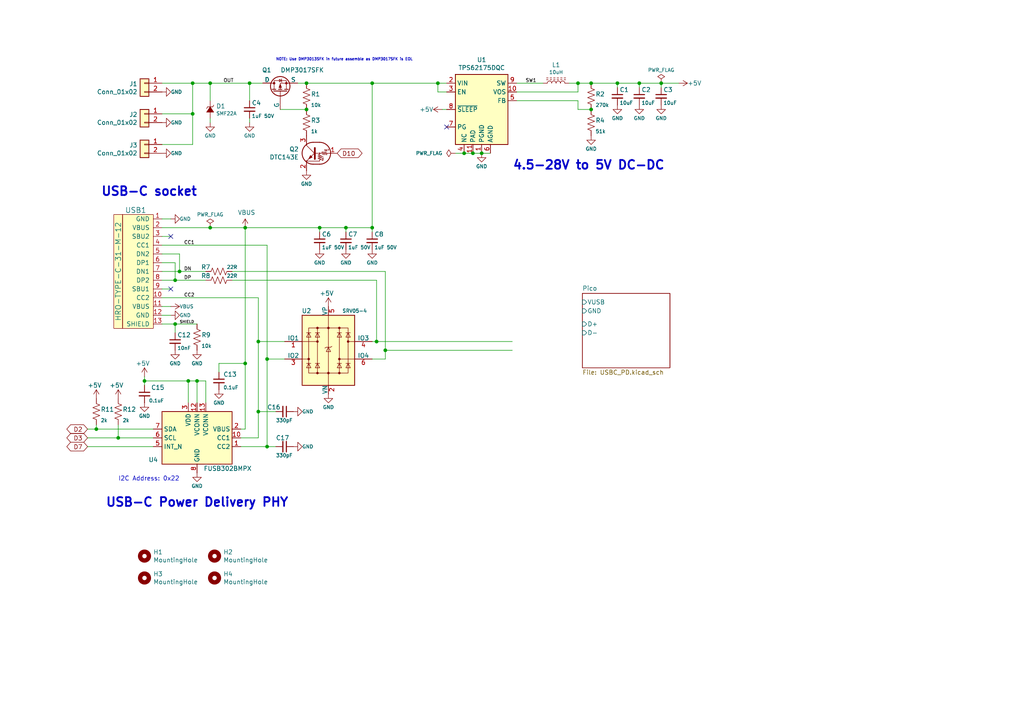
<source format=kicad_sch>
(kicad_sch (version 20211123) (generator eeschema)
  (paper "A4")
  (lib_symbols
    (symbol "-Chip:FUSB302BMPX"
      (property "Reference" "U" (at -10.16 8.89 0))
      (property "Value" "FUSB302BMPX" (at 3.81 8.89 0))
      (symbol "FUSB302BMPX_0_1"
        (rectangle (start -10.16 7.62) (end 10.16 -7.62) (stroke (width 0.254)) (fill (type background)))
      )
      (symbol "FUSB302BMPX_1_1"
        (pin bidirectional line (at 12.7 -2.54 180) (length 2.54) (name "CC2") (number "1"))
        (pin bidirectional line (at 12.7 0 180) (length 2.54) (name "CC1") (number "10"))
        (pin bidirectional line (at 12.7 0 180) (length 2.54) hide (name "CC1") (number "11"))
        (pin power_in line (at 0 10.16 270) (length 2.54) (name "VCONN") (number "12"))
        (pin power_in line (at 2.54 10.16 270) (length 2.54) (name "VCONN") (number "13"))
        (pin bidirectional line (at 12.7 -2.54 180) (length 2.54) hide (name "CC2") (number "14"))
        (pin passive line (at 0 -10.16 90) (length 2.54) hide (name "GND") (number "15"))
        (pin input line (at 12.7 2.54 180) (length 2.54) (name "VBUS") (number "2"))
        (pin power_in line (at -2.54 10.16 270) (length 2.54) (name "VDD") (number "3"))
        (pin passive line (at -2.54 10.16 270) (length 2.54) hide (name "VDD") (number "4"))
        (pin open_collector line (at -12.7 -2.54 0) (length 2.54) (name "INT_N") (number "5"))
        (pin input line (at -12.7 0 0) (length 2.54) (name "SCL") (number "6"))
        (pin bidirectional line (at -12.7 2.54 0) (length 2.54) (name "SDA") (number "7"))
        (pin power_in line (at 0 -10.16 90) (length 2.54) (name "GND") (number "8"))
        (pin passive line (at 0 -10.16 90) (length 2.54) hide (name "GND") (number "9"))
      )
    )
    (symbol "-Chip:SRV05-4" (pin_names (offset 0))
      (property "Reference" "U" (at -5.08 11.43 0))
      (property "Value" "SRV05-4" (at 2.54 11.43 0))
      (symbol "SRV05-4_0_0"
        (rectangle (start -5.715 6.477) (end 5.715 -6.604))
        (polyline (pts (xy -3.175 -6.604) (xy -3.175 6.477)))
        (polyline (pts (xy 3.175 6.477) (xy 3.175 -6.604)))
      )
      (symbol "SRV05-4_0_1"
        (rectangle (start -7.62 10.16) (end 7.62 -10.16) (stroke (width 0.254)) (fill (type background)))
        (circle (center -5.715 -2.54) (radius 0.2794) (fill (type outline)))
        (circle (center -3.175 -6.604) (radius 0.2794) (fill (type outline)))
        (circle (center -3.175 2.54) (radius 0.2794) (fill (type outline)))
        (circle (center -3.175 6.477) (radius 0.2794) (fill (type outline)))
        (circle (center 0 -6.604) (radius 0.2794) (fill (type outline)))
        (polyline (pts (xy -7.747 2.54) (xy -3.175 2.54)))
        (polyline (pts (xy -7.62 -2.54) (xy -5.715 -2.54)))
        (polyline (pts (xy -5.08 -3.81) (xy -6.35 -3.81)))
        (polyline (pts (xy -5.08 5.08) (xy -6.35 5.08)))
        (polyline (pts (xy -2.54 -3.81) (xy -3.81 -3.81)))
        (polyline (pts (xy -2.54 5.08) (xy -3.81 5.08)))
        (polyline (pts (xy -0.635 0.889) (xy -1.016 0.635)))
        (polyline (pts (xy 0 10.16) (xy 0 -10.16)))
        (polyline (pts (xy 0.635 0.889) (xy -0.635 0.889)))
        (polyline (pts (xy 0.635 0.889) (xy 1.016 1.143)))
        (polyline (pts (xy 3.81 -3.81) (xy 2.54 -3.81)))
        (polyline (pts (xy 3.81 5.08) (xy 2.54 5.08)))
        (polyline (pts (xy 6.35 -3.81) (xy 5.08 -3.81)))
        (polyline (pts (xy 6.35 5.08) (xy 5.08 5.08)))
        (polyline (pts (xy 7.62 -2.54) (xy 3.175 -2.54)))
        (polyline (pts (xy 7.62 2.54) (xy 5.715 2.54)))
        (polyline (pts (xy -5.08 -5.08) (xy -6.35 -5.08) (xy -5.715 -3.81) (xy -5.08 -5.08)))
        (polyline (pts (xy -5.08 3.81) (xy -6.35 3.81) (xy -5.715 5.08) (xy -5.08 3.81)))
        (polyline (pts (xy -2.54 -5.08) (xy -3.81 -5.08) (xy -3.175 -3.81) (xy -2.54 -5.08)))
        (polyline (pts (xy -2.54 3.81) (xy -3.81 3.81) (xy -3.175 5.08) (xy -2.54 3.81)))
        (polyline (pts (xy 0.635 -0.381) (xy -0.635 -0.381) (xy 0 0.889) (xy 0.635 -0.381)))
        (polyline (pts (xy 3.81 -5.08) (xy 2.54 -5.08) (xy 3.175 -3.81) (xy 3.81 -5.08)))
        (polyline (pts (xy 3.81 3.81) (xy 2.54 3.81) (xy 3.175 5.08) (xy 3.81 3.81)))
        (polyline (pts (xy 6.35 -5.08) (xy 5.08 -5.08) (xy 5.715 -3.81) (xy 6.35 -5.08)))
        (polyline (pts (xy 6.35 3.81) (xy 5.08 3.81) (xy 5.715 5.08) (xy 6.35 3.81)))
        (circle (center 0 6.477) (radius 0.2794) (fill (type outline)))
        (circle (center 3.175 -6.604) (radius 0.2794) (fill (type outline)))
        (circle (center 3.175 -2.54) (radius 0.2794) (fill (type outline)))
        (circle (center 3.175 6.477) (radius 0.2794) (fill (type outline)))
        (circle (center 5.715 2.54) (radius 0.2794) (fill (type outline)))
      )
      (symbol "SRV05-4_1_1"
        (pin passive line (at -12.7 2.54 0) (length 5.08) (name "IO1") (number "1"))
        (pin power_in line (at 0 -12.7 90) (length 2.54) (name "VN") (number "2"))
        (pin passive line (at -12.7 -2.54 0) (length 5.08) (name "IO2") (number "3"))
        (pin passive line (at 12.7 2.54 180) (length 5.08) (name "IO3") (number "4"))
        (pin power_in line (at 0 12.7 270) (length 2.54) (name "VP") (number "5"))
        (pin passive line (at 12.7 -2.54 180) (length 5.08) (name "IO4") (number "6"))
      )
    )
    (symbol "-Chip:TPS62175DQC"
      (property "Reference" "U" (at -7.62 11.43 0))
      (property "Value" "TPS62175DQC" (at -1.27 11.43 0))
      (symbol "TPS62175DQC_0_1"
        (rectangle (start -7.62 10.16) (end 7.62 -10.16) (stroke (width 0.254)) (fill (type background)))
      )
      (symbol "TPS62175DQC_1_1"
        (pin power_in line (at 0 -12.7 90) (length 2.54) (name "PGND") (number "1"))
        (pin input line (at 10.16 5.08 180) (length 2.54) (name "VOS") (number "10"))
        (pin power_in line (at -2.54 -12.7 90) (length 2.54) (name "PAD") (number "11"))
        (pin power_in line (at -10.16 7.62 0) (length 2.54) (name "VIN") (number "2"))
        (pin input line (at -10.16 5.08 0) (length 2.54) (name "EN") (number "3"))
        (pin passive line (at -5.08 -12.7 90) (length 2.54) (name "NC") (number "4"))
        (pin input line (at 10.16 2.54 180) (length 2.54) (name "FB") (number "5"))
        (pin power_in line (at 2.54 -12.7 90) (length 2.54) (name "AGND") (number "6"))
        (pin output line (at -10.16 -5.08 0) (length 2.54) (name "PG") (number "7"))
        (pin input line (at -10.16 0 0) (length 2.54) (name "~{SLEEP}") (number "8"))
        (pin power_out line (at 10.16 7.62 180) (length 2.54) (name "SW") (number "9"))
      )
    )
    (symbol "-Connector:Conn_01x02" (pin_names (offset 1.016) hide)
      (property "Reference" "J" (at 0 2.54 0))
      (property "Value" "Conn_01x02" (at 0 -5.08 0))
      (symbol "Conn_01x02_1_1"
        (rectangle (start -1.27 -2.413) (end 0 -2.667) (stroke (width 0.1524)))
        (rectangle (start -1.27 0.127) (end 0 -0.127) (stroke (width 0.1524)))
        (rectangle (start -1.27 1.27) (end 1.27 -3.81) (stroke (width 0.254)) (fill (type background)))
        (pin passive line (at -5.08 0 0) (length 3.81) (name "Pin_1") (number "1"))
        (pin passive line (at -5.08 -2.54 0) (length 3.81) (name "Pin_2") (number "2"))
      )
    )
    (symbol "-Connector:HRO-TYPE-C-31-M-12" (pin_names (offset 1.016))
      (property "Reference" "USB" (at -5.08 16.51 0))
      (property "Value" "HRO-TYPE-C-31-M-12" (at -10.16 -1.27 90))
      (symbol "HRO-TYPE-C-31-M-12_0_1"
        (rectangle (start -11.43 15.24) (end -8.89 -17.78) (fill (type background)))
        (rectangle (start 0 -17.78) (end -8.89 15.24) (fill (type background)))
      )
      (symbol "HRO-TYPE-C-31-M-12_1_1"
        (pin input line (at 2.54 13.97 180) (length 2.54) (name "GND") (number "1"))
        (pin input line (at 2.54 -8.89 180) (length 2.54) (name "CC2") (number "10"))
        (pin input line (at 2.54 -11.43 180) (length 2.54) (name "VBUS") (number "11"))
        (pin input line (at 2.54 -13.97 180) (length 2.54) (name "GND") (number "12"))
        (pin input line (at 2.54 -16.51 180) (length 2.54) (name "SHIELD") (number "13"))
        (pin input line (at 2.54 11.43 180) (length 2.54) (name "VBUS") (number "2"))
        (pin input line (at 2.54 8.89 180) (length 2.54) (name "SBU2") (number "3"))
        (pin input line (at 2.54 6.35 180) (length 2.54) (name "CC1") (number "4"))
        (pin input line (at 2.54 3.81 180) (length 2.54) (name "DN2") (number "5"))
        (pin input line (at 2.54 1.27 180) (length 2.54) (name "DP1") (number "6"))
        (pin input line (at 2.54 -1.27 180) (length 2.54) (name "DN1") (number "7"))
        (pin input line (at 2.54 -3.81 180) (length 2.54) (name "DP2") (number "8"))
        (pin input line (at 2.54 -6.35 180) (length 2.54) (name "SBU1") (number "9"))
      )
    )
    (symbol "-Connector:MountingHole" (pin_names (offset 1.016))
      (property "Reference" "H" (at 0 5.08 0))
      (property "Value" "MountingHole" (at 0 3.175 0))
      (symbol "MountingHole_0_1"
        (circle (center 0 0) (radius 1.27) (stroke (width 1.27)))
      )
    )
    (symbol "-Discrete:DMP3017SFK" (pin_numbers hide) (pin_names (offset 0))
      (property "Reference" "Q" (at 5.08 1.905 0))
      (property "Value" "DMP3017SFK" (at 5.08 0 0))
      (symbol "DMP3017SFK_0_1"
        (polyline (pts (xy -2.54 0) (xy 0.254 0)))
        (polyline (pts (xy 0.762 -1.778) (xy 2.54 -1.778)))
        (polyline (pts (xy 0.762 -1.27) (xy 0.762 -2.286)) (stroke (width 0.254)))
        (polyline (pts (xy 0.762 0) (xy 2.54 0)))
        (polyline (pts (xy 0.762 0.508) (xy 0.762 -0.508)) (stroke (width 0.254)))
        (polyline (pts (xy 0.762 1.778) (xy 2.54 1.778)))
        (polyline (pts (xy 0.762 2.286) (xy 0.762 1.27)) (stroke (width 0.254)))
        (polyline (pts (xy 2.54 -1.778) (xy 2.54 -2.54)))
        (polyline (pts (xy 2.54 -1.778) (xy 2.54 0)))
        (polyline (pts (xy 2.54 2.54) (xy 2.54 1.778)))
        (polyline (pts (xy 0.254 1.905) (xy 0.254 -1.905) (xy 0.254 -1.905)) (stroke (width 0.254)))
        (polyline (pts (xy 2.286 0) (xy 1.27 -0.381) (xy 1.27 0.381) (xy 2.286 0)) (fill (type outline)))
        (polyline (pts (xy 2.54 -1.778) (xy 3.302 -1.778) (xy 3.302 1.778) (xy 2.54 1.778)))
        (polyline (pts (xy 2.794 -0.508) (xy 2.921 -0.381) (xy 3.683 -0.381) (xy 3.81 -0.254)))
        (polyline (pts (xy 3.302 -0.381) (xy 2.921 0.254) (xy 3.683 0.254) (xy 3.302 -0.381)))
        (circle (center 1.651 0) (radius 2.8194) (stroke (width 0.254)))
        (circle (center 2.54 -1.778) (radius 0.2794) (fill (type outline)))
        (circle (center 2.54 1.778) (radius 0.2794) (fill (type outline)))
      )
      (symbol "DMP3017SFK_1_1"
        (pin passive line (at 2.54 -5.08 90) (length 2.54) (name "S") (number "1"))
        (pin passive line (at 2.54 -5.08 90) (length 2.54) (name "S") (number "2"))
        (pin input line (at -5.08 0 0) (length 2.54) (name "G") (number "3"))
        (pin passive line (at 2.54 5.08 270) (length 2.54) (name "D") (number "4"))
        (pin passive line (at 2.54 5.08 270) (length 2.54) (name "D") (number "5"))
        (pin passive line (at 2.54 5.08 270) (length 2.54) (name "D") (number "6"))
      )
    )
    (symbol "-Discrete:DTC143E" (pin_names (offset 0) hide)
      (property "Reference" "Q" (at 5.08 1.905 0))
      (property "Value" "DTC143E" (at 5.08 0 0))
      (symbol "DTC143E_0_0"
        (text "4k7" (at -3.302 0.889 0) (effects (font (size 0.508 0.508))))
        (text "4k7" (at -2.159 -1.524 900) (effects (font (size 0.508 0.508))))
      )
      (symbol "DTC143E_0_1"
        (circle (center -1.27 0) (radius 0.127))
        (arc (start -1.27 3.175) (mid -4.445 0) (end -1.27 -3.175) (stroke (width 0.254)))
        (polyline (pts (xy -3.429 0) (xy -3.81 0)))
        (polyline (pts (xy -1.27 -3.175) (xy 0.635 -3.175)) (stroke (width 0.254)))
        (polyline (pts (xy -1.27 3.175) (xy 0.635 3.175)) (stroke (width 0.254)))
        (polyline (pts (xy 0 -0.254) (xy 2.54 2.286)))
        (polyline (pts (xy 0.127 1.524) (xy 0.127 -1.651)) (stroke (width 0.508)) (fill (type outline)))
        (polyline (pts (xy 2.54 2.286) (xy 2.54 2.54)))
        (polyline (pts (xy 2.54 -2.286) (xy 0 0.254) (xy 0 0.254)))
        (polyline (pts (xy 0.889 -1.143) (xy 1.397 -0.635) (xy 1.905 -1.651) (xy 0.889 -1.143)) (fill (type outline)))
        (polyline (pts (xy 0 0) (xy -1.905 0) (xy -2.032 0.508) (xy -2.286 -0.508) (xy -2.54 0.508) (xy -2.794 -0.508) (xy -3.048 0.508) (xy -3.302 -0.508) (xy -3.429 0)))
        (polyline (pts (xy -1.27 0) (xy -1.27 -0.381) (xy -0.762 -0.508) (xy -1.778 -0.762) (xy -0.762 -1.016) (xy -1.778 -1.27) (xy -0.762 -1.524) (xy -1.778 -1.778) (xy -1.27 -1.905) (xy -1.27 -2.286) (xy 2.54 -2.286)))
        (arc (start 0.635 -3.175) (mid 3.81 0) (end 0.635 3.175) (stroke (width 0.254)))
        (circle (center 2.54 -2.286) (radius 0.127))
      )
      (symbol "DTC143E_1_1"
        (pin input line (at -6.35 0 0) (length 2.54) (name "B") (number "1"))
        (pin passive line (at 2.54 -5.08 90) (length 2.54) (name "E") (number "2"))
        (pin passive line (at 2.54 5.08 270) (length 2.54) (name "C") (number "3"))
      )
    )
    (symbol "-Discrete:Diode_TVS" (pin_numbers hide) (pin_names (offset 0.254) hide)
      (property "Reference" "D" (at 1.27 1.27 0))
      (property "Value" "Diode_TVS" (at 1.27 -1.27 0))
      (symbol "Diode_TVS_0_1"
        (polyline (pts (xy -0.762 0.762) (xy 0.762 0.762)))
        (polyline (pts (xy 0 0.762) (xy 0 -0.762)))
        (polyline (pts (xy -1.016 -0.762) (xy 0 0.762) (xy 1.016 -0.762) (xy -1.016 -0.762)) (fill (type outline)))
      )
      (symbol "Diode_TVS_1_1"
        (polyline (pts (xy -1.016 0.254) (xy -0.762 0.762)))
        (polyline (pts (xy 0.762 0.762) (xy 1.016 1.27)))
        (pin passive line (at 0 2.54 270) (length 1.778) (name "K") (number "1"))
        (pin passive line (at 0 -2.54 90) (length 1.778) (name "A") (number "2"))
      )
    )
    (symbol "-Flag:+5V" (power) (pin_names (offset 0))
      (property "Value" "+5V" (at 0 3.556 0))
      (symbol "+5V_0_1"
        (polyline (pts (xy -0.762 1.27) (xy 0 2.54)))
        (polyline (pts (xy 0 0) (xy 0 2.54)))
        (polyline (pts (xy 0 2.54) (xy 0.762 1.27)))
      )
      (symbol "+5V_1_1"
        (pin power_in line (at 0 0 90) (length 0) hide (name "+5V") (number "1"))
      )
    )
    (symbol "-Flag:GND" (power) (pin_names (offset 0))
      (property "Value" "GND" (at 0 -3.81 0))
      (symbol "GND_0_1"
        (polyline (pts (xy 0 0) (xy 0 -1.27) (xy 1.27 -1.27) (xy 0 -2.54) (xy -1.27 -1.27) (xy 0 -1.27)))
      )
      (symbol "GND_1_1"
        (pin power_in line (at 0 0 270) (length 0) hide (name "GND") (number "1"))
      )
    )
    (symbol "-Flag:PWR_FLAG" (power) (pin_numbers hide) (pin_names (offset 0) hide)
      (property "Value" "PWR_FLAG" (at 0 3.81 0))
      (symbol "PWR_FLAG_0_0"
        (pin power_out line (at 0 0 90) (length 0) (name "pwr") (number "1"))
      )
      (symbol "PWR_FLAG_0_1"
        (polyline (pts (xy 0 0) (xy 0 1.27) (xy -1.016 1.905) (xy 0 2.54) (xy 1.016 1.905) (xy 0 1.27)))
      )
    )
    (symbol "-Flag:VBUS" (power) (pin_names (offset 0))
      (property "Value" "VBUS" (at 0 -3.81 0))
      (symbol "VBUS_0_1"
        (polyline (pts (xy -0.762 1.27) (xy 0 2.54)))
        (polyline (pts (xy 0 0) (xy 0 2.54)))
        (polyline (pts (xy 0 2.54) (xy 0.762 1.27)))
      )
      (symbol "VBUS_1_1"
        (pin power_in line (at 0 0 90) (length 0) hide (name "VBUS") (number "1"))
      )
    )
    (symbol "-Passive:C" (pin_numbers hide) (pin_names (offset 0.254) hide)
      (property "Reference" "C" (at 0.254 1.778 0))
      (property "Value" "C" (at 0.254 -2.032 0))
      (symbol "C_0_1"
        (polyline (pts (xy -1.524 -0.508) (xy 1.524 -0.508)) (stroke (width 0.3302)))
        (polyline (pts (xy -1.524 0.508) (xy 1.524 0.508)) (stroke (width 0.3048)))
      )
      (symbol "C_1_1"
        (pin passive line (at 0 2.54 270) (length 2.032) (name "~") (number "1"))
        (pin passive line (at 0 -2.54 90) (length 2.032) (name "~") (number "2"))
      )
    )
    (symbol "-Passive:L_cored" (pin_numbers hide) (pin_names (offset 1.016) hide)
      (property "Reference" "L" (at 0 -1.27 0))
      (property "Value" "L_cored" (at 0 2.54 0))
      (symbol "L_cored_0_1"
        (arc (start -1.27 0) (mid -1.905 0.635) (end -2.54 0))
        (arc (start 0 0) (mid -0.635 0.635) (end -1.27 0))
        (polyline (pts (xy -2.794 1.524) (xy -2.286 1.524)))
        (polyline (pts (xy -2.286 1.016) (xy -2.794 1.016)))
        (polyline (pts (xy -1.778 1.524) (xy -1.27 1.524)))
        (polyline (pts (xy -1.27 1.016) (xy -1.778 1.016)))
        (polyline (pts (xy -0.762 1.524) (xy -0.254 1.524)))
        (polyline (pts (xy -0.254 1.016) (xy -0.762 1.016)))
        (polyline (pts (xy 0.254 1.524) (xy 0.762 1.524)))
        (polyline (pts (xy 0.762 1.016) (xy 0.254 1.016)))
        (polyline (pts (xy 1.27 1.524) (xy 1.778 1.524)))
        (polyline (pts (xy 1.778 1.016) (xy 1.27 1.016)))
        (polyline (pts (xy 2.286 1.524) (xy 2.794 1.524)))
        (polyline (pts (xy 2.794 1.016) (xy 2.286 1.016)))
        (arc (start 1.27 0) (mid 0.635 0.635) (end 0 0))
        (arc (start 2.54 0) (mid 1.905 0.635) (end 1.27 0))
      )
      (symbol "L_cored_1_1"
        (pin passive line (at -3.81 0 0) (length 1.27) (name "1") (number "1"))
        (pin passive line (at 3.81 0 180) (length 1.27) (name "2") (number "2"))
      )
    )
    (symbol "-Passive:R" (pin_numbers hide) (pin_names (offset 0))
      (property "Reference" "R" (at 2.54 1.27 0))
      (property "Value" "R" (at 3.81 -2.54 0))
      (symbol "R_0_1"
        (polyline (pts (xy 0 -2.286) (xy 0 -2.54)))
        (polyline (pts (xy 0 2.286) (xy 0 2.54)))
        (polyline (pts (xy 0 -0.762) (xy 1.016 -1.143) (xy 0 -1.524) (xy -1.016 -1.905) (xy 0 -2.286)))
        (polyline (pts (xy 0 0.762) (xy 1.016 0.381) (xy 0 0) (xy -1.016 -0.381) (xy 0 -0.762)))
        (polyline (pts (xy 0 2.286) (xy 1.016 1.905) (xy 0 1.524) (xy -1.016 1.143) (xy 0 0.762)))
      )
      (symbol "R_1_1"
        (pin passive line (at 0 3.81 270) (length 1.27) (name "~") (number "1"))
        (pin passive line (at 0 -3.81 90) (length 1.27) (name "~") (number "2"))
      )
    )
  )
  (junction (at 171.45 24.13))
  (junction (at 111.76 101.6))
  (junction (at 54.61 110.49))
  (junction (at 71.12 105.41))
  (junction (at 100.33 66.04))
  (junction (at 179.07 24.13))
  (junction (at 88.9 24.13))
  (junction (at 107.95 66.04))
  (junction (at 134.62 44.45))
  (junction (at 27.94 124.46))
  (junction (at 55.88 33.02))
  (junction (at 50.8 93.98))
  (junction (at 88.9 31.75))
  (junction (at 60.96 66.04))
  (junction (at 60.96 24.13))
  (junction (at 107.95 24.13))
  (junction (at 74.93 99.06))
  (junction (at 72.39 24.13))
  (junction (at 77.47 104.14))
  (junction (at 171.45 31.75))
  (junction (at 109.22 99.06))
  (junction (at 34.29 127))
  (junction (at 74.93 119.38))
  (junction (at 77.47 129.54))
  (junction (at 41.91 110.49))
  (junction (at 127 24.13))
  (junction (at 137.16 44.45))
  (junction (at 50.8 81.28))
  (junction (at 71.12 66.04))
  (junction (at 191.77 24.13))
  (junction (at 57.15 110.49))
  (junction (at 55.88 24.13))
  (junction (at 139.7 44.45))
  (junction (at 185.42 24.13))
  (junction (at 167.64 24.13))
  (junction (at 52.07 78.74))
  (junction (at 92.71 66.04))
  (no_connect (at 49.53 68.58))
  (no_connect (at 129.54 36.83))
  (no_connect (at 49.53 83.82))
  (wire (pts (xy 34.29 127) (xy 25.4 127)))
  (wire (pts (xy 52.07 73.66) (xy 52.07 78.74)))
  (wire (pts (xy 34.29 123.19) (xy 34.29 127)))
  (wire (pts (xy 167.64 26.67) (xy 167.64 24.13)))
  (wire (pts (xy 149.86 26.67) (xy 167.64 26.67)))
  (wire (pts (xy 191.77 24.13) (xy 191.77 25.4)))
  (wire (pts (xy 71.12 66.04) (xy 92.71 66.04)))
  (wire (pts (xy 59.69 110.49) (xy 59.69 116.84)))
  (wire (pts (xy 46.99 93.98) (xy 50.8 93.98)))
  (wire (pts (xy 179.07 25.4) (xy 179.07 24.13)))
  (wire (pts (xy 72.39 24.13) (xy 76.2 24.13)))
  (wire (pts (xy 107.95 67.31) (xy 107.95 66.04)))
  (wire (pts (xy 71.12 105.41) (xy 71.12 66.04)))
  (wire (pts (xy 100.33 66.04) (xy 107.95 66.04)))
  (wire (pts (xy 27.94 123.19) (xy 27.94 124.46)))
  (wire (pts (xy 50.8 76.2) (xy 50.8 81.28)))
  (wire (pts (xy 129.54 24.13) (xy 127 24.13)))
  (wire (pts (xy 74.93 119.38) (xy 74.93 99.06)))
  (wire (pts (xy 67.31 78.74) (xy 111.76 78.74)))
  (wire (pts (xy 46.99 66.04) (xy 60.96 66.04)))
  (wire (pts (xy 55.88 24.13) (xy 55.88 33.02)))
  (wire (pts (xy 148.59 99.06) (xy 109.22 99.06)))
  (wire (pts (xy 167.64 24.13) (xy 171.45 24.13)))
  (wire (pts (xy 81.28 31.75) (xy 88.9 31.75)))
  (wire (pts (xy 44.45 127) (xy 34.29 127)))
  (wire (pts (xy 46.99 86.36) (xy 74.93 86.36)))
  (wire (pts (xy 46.99 81.28) (xy 50.8 81.28)))
  (wire (pts (xy 167.64 31.75) (xy 167.64 29.21)))
  (wire (pts (xy 50.8 96.52) (xy 50.8 93.98)))
  (wire (pts (xy 111.76 101.6) (xy 111.76 104.14)))
  (wire (pts (xy 100.33 67.31) (xy 100.33 66.04)))
  (wire (pts (xy 49.53 88.9) (xy 46.99 88.9)))
  (wire (pts (xy 63.5 105.41) (xy 71.12 105.41)))
  (wire (pts (xy 49.53 63.5) (xy 46.99 63.5)))
  (wire (pts (xy 179.07 24.13) (xy 185.42 24.13)))
  (wire (pts (xy 77.47 129.54) (xy 69.85 129.54)))
  (wire (pts (xy 54.61 110.49) (xy 54.61 116.84)))
  (wire (pts (xy 49.53 91.44) (xy 46.99 91.44)))
  (wire (pts (xy 41.91 110.49) (xy 41.91 109.22)))
  (wire (pts (xy 46.99 78.74) (xy 52.07 78.74)))
  (wire (pts (xy 67.31 81.28) (xy 109.22 81.28)))
  (wire (pts (xy 59.69 81.28) (xy 50.8 81.28)))
  (wire (pts (xy 46.99 41.91) (xy 55.88 41.91)))
  (wire (pts (xy 54.61 110.49) (xy 57.15 110.49)))
  (wire (pts (xy 107.95 99.06) (xy 109.22 99.06)))
  (wire (pts (xy 137.16 44.45) (xy 139.7 44.45)))
  (wire (pts (xy 82.55 104.14) (xy 77.47 104.14)))
  (wire (pts (xy 55.88 24.13) (xy 60.96 24.13)))
  (wire (pts (xy 77.47 104.14) (xy 77.47 71.12)))
  (wire (pts (xy 148.59 101.6) (xy 111.76 101.6)))
  (wire (pts (xy 167.64 31.75) (xy 171.45 31.75)))
  (wire (pts (xy 149.86 29.21) (xy 167.64 29.21)))
  (wire (pts (xy 49.53 83.82) (xy 46.99 83.82)))
  (wire (pts (xy 72.39 35.56) (xy 72.39 34.29)))
  (wire (pts (xy 74.93 127) (xy 74.93 119.38)))
  (wire (pts (xy 82.55 99.06) (xy 74.93 99.06)))
  (wire (pts (xy 185.42 25.4) (xy 185.42 24.13)))
  (wire (pts (xy 69.85 124.46) (xy 71.12 124.46)))
  (wire (pts (xy 41.91 110.49) (xy 41.91 111.76)))
  (wire (pts (xy 55.88 33.02) (xy 55.88 41.91)))
  (wire (pts (xy 129.54 26.67) (xy 127 26.67)))
  (wire (pts (xy 44.45 124.46) (xy 27.94 124.46)))
  (wire (pts (xy 80.01 119.38) (xy 74.93 119.38)))
  (wire (pts (xy 134.62 44.45) (xy 137.16 44.45)))
  (wire (pts (xy 109.22 81.28) (xy 109.22 99.06)))
  (wire (pts (xy 77.47 104.14) (xy 77.47 129.54)))
  (wire (pts (xy 25.4 129.54) (xy 44.45 129.54)))
  (wire (pts (xy 69.85 127) (xy 74.93 127)))
  (wire (pts (xy 107.95 24.13) (xy 127 24.13)))
  (wire (pts (xy 134.62 44.45) (xy 132.08 44.45)))
  (wire (pts (xy 129.54 31.75) (xy 128.27 31.75)))
  (wire (pts (xy 63.5 107.95) (xy 63.5 105.41)))
  (wire (pts (xy 46.99 73.66) (xy 52.07 73.66)))
  (wire (pts (xy 57.15 110.49) (xy 57.15 116.84)))
  (wire (pts (xy 60.96 29.21) (xy 60.96 24.13)))
  (wire (pts (xy 191.77 24.13) (xy 196.85 24.13)))
  (wire (pts (xy 46.99 24.13) (xy 55.88 24.13)))
  (wire (pts (xy 92.71 67.31) (xy 92.71 66.04)))
  (wire (pts (xy 72.39 29.21) (xy 72.39 24.13)))
  (wire (pts (xy 60.96 66.04) (xy 71.12 66.04)))
  (wire (pts (xy 49.53 68.58) (xy 46.99 68.58)))
  (wire (pts (xy 41.91 110.49) (xy 54.61 110.49)))
  (wire (pts (xy 27.94 124.46) (xy 25.4 124.46)))
  (wire (pts (xy 52.07 78.74) (xy 59.69 78.74)))
  (wire (pts (xy 167.64 24.13) (xy 165.1 24.13)))
  (wire (pts (xy 57.15 110.49) (xy 59.69 110.49)))
  (wire (pts (xy 185.42 24.13) (xy 191.77 24.13)))
  (wire (pts (xy 46.99 71.12) (xy 77.47 71.12)))
  (wire (pts (xy 46.99 33.02) (xy 55.88 33.02)))
  (wire (pts (xy 71.12 124.46) (xy 71.12 105.41)))
  (wire (pts (xy 60.96 34.29) (xy 60.96 35.56)))
  (wire (pts (xy 171.45 24.13) (xy 179.07 24.13)))
  (wire (pts (xy 86.36 24.13) (xy 88.9 24.13)))
  (wire (pts (xy 127 26.67) (xy 127 24.13)))
  (wire (pts (xy 57.15 93.98) (xy 50.8 93.98)))
  (wire (pts (xy 88.9 24.13) (xy 107.95 24.13)))
  (wire (pts (xy 107.95 24.13) (xy 107.95 66.04)))
  (wire (pts (xy 107.95 104.14) (xy 111.76 104.14)))
  (wire (pts (xy 74.93 99.06) (xy 74.93 86.36)))
  (wire (pts (xy 80.01 129.54) (xy 77.47 129.54)))
  (wire (pts (xy 46.99 76.2) (xy 50.8 76.2)))
  (wire (pts (xy 60.96 24.13) (xy 72.39 24.13)))
  (wire (pts (xy 149.86 24.13) (xy 157.48 24.13)))
  (wire (pts (xy 92.71 66.04) (xy 100.33 66.04)))
  (wire (pts (xy 139.7 44.45) (xy 142.24 44.45)))
  (wire (pts (xy 111.76 78.74) (xy 111.76 101.6)))
  (text "I2C Address: 0x22" (at 34.29 139.7 0) (effects (font (size 1.27 1.27)) (justify left bottom)))
  (text "USB-C socket" (at 29.21 57.15 0) (effects (font (size 2.54 2.54) (thickness 0.508) bold) (justify left bottom)))
  (text "4.5-28V to 5V DC-DC" (at 148.59 49.53 0) (effects (font (size 2.54 2.54) (thickness 0.508) bold) (justify left bottom)))
  (text "USB-C Power Delivery PHY" (at 83.82 147.32 180) (effects (font (size 2.54 2.54) (thickness 0.508) bold) (justify right bottom)))
  (text "NOTE: Use DMP3013SFK in future assemble as DMP3017SFK is EOL" (at 80.01 17.78 0) (effects (font (size 0.762 0.762)) (justify left bottom)))
  (label "DP" (at 53.34 81.28 0) (effects (font (size 0.9906 0.9906))))
  (label "SHIELD" (at 52.07 93.98 0) (effects (font (size 0.7874 0.7874))))
  (label "CC2" (at 53.34 86.36 0) (effects (font (size 0.9906 0.9906))))
  (label "DN" (at 53.34 78.74 0) (effects (font (size 0.9906 0.9906))))
  (label "SW1" (at 152.4 24.13 0) (effects (font (size 0.9906 0.9906))))
  (label "OUT" (at 64.77 24.13 0) (effects (font (size 0.9906 0.9906))))
  (label "CC1" (at 53.34 71.12 0) (effects (font (size 0.9906 0.9906))))
  (global_label "D7" (shape bidirectional) (at 25.4 129.54 180) (property "Intersheet References" "${INTERSHEET_REFS}" (effects hide)))
  (global_label "D2" (shape bidirectional) (at 25.4 124.46 180) (property "Intersheet References" "${INTERSHEET_REFS}" (effects hide)))
  (global_label "D10" (shape bidirectional) (at 97.79 44.45 0) (property "Intersheet References" "${INTERSHEET_REFS}" (effects hide)))
  (global_label "D3" (shape bidirectional) (at 25.4 127 180) (property "Intersheet References" "${INTERSHEET_REFS}" (effects hide)))
  (symbol (lib_id "-Chip:FUSB302BMPX") (at 57.15 127 0) (unit 1)
    (property "Reference" "U4" (at 44.45 133.35 0))
    (property "Value" "FUSB302BMPX" (at 66.04 135.89 0))
    (property "Footprint" "-Chip:WQFN-14-1EP_2.5x2.5mm_P0.5mm_EP1.45x1.45mm" (effects hide))
    (property "Datasheet" "http://www.onsemi.com/pub/Collateral/FUSB302B-D.PDF" (effects hide))
  )
  (symbol (lib_id "-Passive:C") (at 82.55 119.38 270) (unit 1)
    (property "Reference" "C16" (at 77.47 118.11 90) (effects (justify left)))
    (property "Value" "330pF" (at 80.01 121.92 90) (effects (font (size 1.016 1.016)) (justify left)))
    (property "Footprint" "-Passive:C_0603" (effects hide))
  )
  (symbol (lib_id "-Passive:C") (at 82.55 129.54 270) (unit 1)
    (property "Reference" "C17" (at 80.01 127 90) (effects (justify left)))
    (property "Value" "330pF" (at 80.01 132.08 90) (effects (font (size 1.016 1.016)) (justify left)))
    (property "Footprint" "-Passive:C_0603" (effects hide))
  )
  (symbol (lib_id "-Flag:GND") (at 85.09 129.54 90) (unit 1)
    (property "Reference" "#PWR051" (effects hide))
    (property "Value" "GND" (at 87.63 129.54 90) (effects (font (size 1.016 1.016)) (justify right)))
  )
  (symbol (lib_id "-Flag:GND") (at 85.09 119.38 90) (unit 1)
    (property "Reference" "#PWR047" (effects hide))
    (property "Value" "GND" (at 87.63 119.38 90) (effects (font (size 1.016 1.016)) (justify right)))
  )
  (symbol (lib_id "-Flag:GND") (at 95.25 114.3 0) (unit 1)
    (property "Reference" "#PWR041" (effects hide))
    (property "Value" "GND" (at 95.25 118.11 0) (effects (font (size 1.016 1.016))))
  )
  (symbol (lib_id "-Flag:GND") (at 50.8 101.6 0) (unit 1)
    (property "Reference" "#PWR035" (effects hide))
    (property "Value" "GND" (at 50.8 105.41 0) (effects (font (size 1.016 1.016))))
  )
  (symbol (lib_id "-Flag:GND") (at 57.15 101.6 0) (unit 1)
    (property "Reference" "#PWR036" (effects hide))
    (property "Value" "GND" (at 57.15 105.41 0) (effects (font (size 1.016 1.016))))
  )
  (symbol (lib_id "-Flag:GND") (at 57.15 137.16 0) (unit 1)
    (property "Reference" "#PWR052" (effects hide))
    (property "Value" "GND" (at 57.15 140.97 0) (effects (font (size 1.016 1.016))))
  )
  (symbol (lib_id "-Passive:C") (at 92.71 69.85 0) (unit 1)
    (property "Reference" "C6" (at 93.345 67.945 0) (effects (justify left)))
    (property "Value" "1uF 50V" (at 93.345 71.755 0) (effects (font (size 1.016 1.016)) (justify left)))
    (property "Footprint" "-Passive:C_0805" (effects hide))
  )
  (symbol (lib_id "-Passive:C") (at 107.95 69.85 0) (unit 1)
    (property "Reference" "C8" (at 108.585 67.945 0) (effects (justify left)))
    (property "Value" "1uF 50V" (at 108.585 71.755 0) (effects (font (size 1.016 1.016)) (justify left)))
    (property "Footprint" "-Passive:C_0805" (effects hide))
  )
  (symbol (lib_id "-Flag:GND") (at 92.71 72.39 0) (unit 1)
    (property "Reference" "#PWR023" (effects hide))
    (property "Value" "GND" (at 92.71 76.2 0) (effects (font (size 1.016 1.016))))
  )
  (symbol (lib_id "-Flag:GND") (at 107.95 72.39 0) (unit 1)
    (property "Reference" "#PWR025" (effects hide))
    (property "Value" "GND" (at 107.95 76.2 0) (effects (font (size 1.016 1.016))))
  )
  (symbol (lib_id "-Flag:GND") (at 41.91 116.84 0) (unit 1)
    (property "Reference" "#PWR045" (effects hide))
    (property "Value" "GND" (at 41.91 120.65 0) (effects (font (size 1.016 1.016))))
  )
  (symbol (lib_id "-Passive:C") (at 41.91 114.3 0) (unit 1)
    (property "Reference" "C15" (at 43.815 112.395 0) (effects (justify left)))
    (property "Value" "0.1uF" (at 43.18 116.205 0) (effects (font (size 1.016 1.016)) (justify left)))
    (property "Footprint" "-Passive:C_0603" (effects hide))
  )
  (symbol (lib_id "-Passive:C") (at 100.33 69.85 0) (unit 1)
    (property "Reference" "C7" (at 100.965 67.945 0) (effects (justify left)))
    (property "Value" "1uF 50V" (at 100.965 71.755 0) (effects (font (size 1.016 1.016)) (justify left)))
    (property "Footprint" "-Passive:C_0805" (effects hide))
  )
  (symbol (lib_id "-Flag:GND") (at 100.33 72.39 0) (unit 1)
    (property "Reference" "#PWR024" (effects hide))
    (property "Value" "GND" (at 100.33 76.2 0) (effects (font (size 1.016 1.016))))
  )
  (symbol (lib_id "-Flag:+5V") (at 95.25 88.9 0) (unit 1)
    (property "Reference" "#PWR031" (effects hide))
    (property "Value" "+5V" (at 92.71 85.09 0) (effects (justify left)))
  )
  (symbol (lib_id "-Connector:Conn_01x02") (at 41.91 41.91 0) (mirror y) (unit 1)
    (property "Reference" "J3" (at 39.878 42.1132 0) (effects (justify left)))
    (property "Value" "Conn_01x02" (at 39.878 44.4246 0) (effects (justify left)))
    (property "Footprint" "-Connector:TerminalBlock_3.5mm_2P" (effects hide))
  )
  (symbol (lib_id "-Flag:+5V") (at 128.27 31.75 90) (unit 1)
    (property "Reference" "#PWR06" (effects hide))
    (property "Value" "+5V" (at 125.73 31.75 90) (effects (justify left)))
  )
  (symbol (lib_id "-Discrete:DMP3017SFK") (at 81.28 26.67 90) (unit 1)
    (property "Reference" "Q1" (at 78.74 20.32 90) (effects (justify left)))
    (property "Value" "DMP3017SFK" (at 93.98 20.32 90) (effects (justify left)))
    (property "Footprint" "-Chip:DFN-2523-6" (effects hide))
  )
  (symbol (lib_id "-Discrete:DTC143E") (at 91.44 44.45 0) (mirror y) (unit 1)
    (property "Reference" "Q2" (at 86.6648 43.2816 0) (effects (justify left)))
    (property "Value" "DTC143E" (at 86.6648 45.593 0) (effects (justify left)))
    (property "Footprint" "-Discrete:SOT-323_SC-70" (effects hide))
  )
  (symbol (lib_id "-Passive:R") (at 88.9 27.94 0) (unit 1)
    (property "Reference" "R1" (at 90.17 27.305 0) (effects (justify left)))
    (property "Value" "10k" (at 90.17 30.48 0) (effects (font (size 1.016 1.016)) (justify left)))
    (property "Footprint" "-Passive:R_0603" (effects hide))
  )
  (symbol (lib_id "-Passive:R") (at 88.9 35.56 0) (unit 1)
    (property "Reference" "R3" (at 90.17 34.925 0) (effects (justify left)))
    (property "Value" "1k" (at 90.17 38.1 0) (effects (font (size 1.016 1.016)) (justify left)))
    (property "Footprint" "-Passive:R_0603" (effects hide))
  )
  (symbol (lib_id "-Flag:GND") (at 88.9 49.53 0) (unit 1)
    (property "Reference" "#PWR013" (effects hide))
    (property "Value" "GND" (at 88.9 53.34 0) (effects (font (size 1.016 1.016))))
  )
  (symbol (lib_id "-Flag:VBUS") (at 71.12 66.04 0) (unit 1)
    (property "Reference" "#PWR020" (effects hide))
    (property "Value" "VBUS" (at 71.501 61.6458 0))
  )
  (symbol (lib_id "-Discrete:Diode_TVS") (at 60.96 31.75 0) (unit 1)
    (property "Reference" "D1" (at 62.6872 30.7848 0) (effects (justify left)))
    (property "Value" "SMF22A" (at 62.6872 32.9184 0) (effects (font (size 1.016 1.016)) (justify left)))
    (property "Footprint" "-Discrete:D_SOD-123" (effects hide))
  )
  (symbol (lib_id "-Flag:GND") (at 60.96 35.56 0) (unit 1)
    (property "Reference" "#PWR08" (effects hide))
    (property "Value" "GND" (at 60.96 39.37 0) (effects (font (size 1.016 1.016))))
  )
  (symbol (lib_id "-Flag:GND") (at 72.39 35.56 0) (unit 1)
    (property "Reference" "#PWR09" (effects hide))
    (property "Value" "GND" (at 72.39 39.37 0) (effects (font (size 1.016 1.016))))
  )
  (symbol (lib_id "-Passive:C") (at 72.39 31.75 0) (unit 1)
    (property "Reference" "C4" (at 73.025 29.845 0) (effects (justify left)))
    (property "Value" "1uF 50V" (at 73.025 33.655 0) (effects (font (size 1.016 1.016)) (justify left)))
    (property "Footprint" "-Passive:C_0805" (effects hide))
  )
  (symbol (lib_id "-Connector:Conn_01x02") (at 41.91 24.13 0) (mirror y) (unit 1)
    (property "Reference" "J1" (at 39.878 24.3332 0) (effects (justify left)))
    (property "Value" "Conn_01x02" (at 39.878 26.6446 0) (effects (justify left)))
    (property "Footprint" "-Connector:PinHeader_1x02_P2.54mm_Vertical" (effects hide))
  )
  (symbol (lib_id "-Connector:Conn_01x02") (at 41.91 33.02 0) (mirror y) (unit 1)
    (property "Reference" "J2" (at 39.878 33.2232 0) (effects (justify left)))
    (property "Value" "Conn_01x02" (at 39.878 35.5346 0) (effects (justify left)))
    (property "Footprint" "-Connector:PinHeader_1x02_P2.54mm_Vertical" (effects hide))
  )
  (symbol (lib_id "-Connector:MountingHole") (at 41.91 161.29 0) (unit 1)
    (property "Reference" "H1" (at 44.45 160.1216 0) (effects (justify left)))
    (property "Value" "MountingHole" (at 44.45 162.433 0) (effects (justify left)))
    (property "Footprint" "-Hole:D1_8_PAD" (effects hide))
  )
  (symbol (lib_id "-Connector:MountingHole") (at 41.91 167.64 0) (unit 1)
    (property "Reference" "H3" (at 44.45 166.4716 0) (effects (justify left)))
    (property "Value" "MountingHole" (at 44.45 168.783 0) (effects (justify left)))
    (property "Footprint" "-Hole:D1_8_PAD" (effects hide))
  )
  (symbol (lib_id "-Connector:MountingHole") (at 62.23 161.29 0) (unit 1)
    (property "Reference" "H2" (at 64.77 160.1216 0) (effects (justify left)))
    (property "Value" "MountingHole" (at 64.77 162.433 0) (effects (justify left)))
    (property "Footprint" "-Hole:D1_8_PAD" (effects hide))
  )
  (symbol (lib_id "-Connector:MountingHole") (at 62.23 167.64 0) (unit 1)
    (property "Reference" "H4" (at 64.77 166.4716 0) (effects (justify left)))
    (property "Value" "MountingHole" (at 64.77 168.783 0) (effects (justify left)))
    (property "Footprint" "-Hole:D1_8_PAD" (effects hide))
  )
  (symbol (lib_id "-Flag:GND") (at 46.99 26.67 90) (unit 1)
    (property "Reference" "#PWR02" (effects hide))
    (property "Value" "GND" (at 49.53 26.67 90) (effects (font (size 1.016 1.016)) (justify right)))
  )
  (symbol (lib_id "-Flag:GND") (at 46.99 35.56 90) (unit 1)
    (property "Reference" "#PWR07" (effects hide))
    (property "Value" "GND" (at 49.53 35.56 90) (effects (font (size 1.016 1.016)) (justify right)))
  )
  (symbol (lib_id "-Flag:GND") (at 46.99 44.45 90) (unit 1)
    (property "Reference" "#PWR011" (effects hide))
    (property "Value" "GND" (at 49.53 44.45 90) (effects (font (size 1.016 1.016)) (justify right)))
  )
  (symbol (lib_id "-Passive:R") (at 63.5 78.74 270) (unit 1)
    (property "Reference" "R7" (at 59.69 77.47 90))
    (property "Value" "22R" (at 67.31 77.47 90) (effects (font (size 1.016 1.016))))
    (property "Footprint" "-Passive:R_0603" (effects hide))
  )
  (symbol (lib_id "-Passive:R") (at 63.5 81.28 270) (unit 1)
    (property "Reference" "R8" (at 59.69 80.01 90))
    (property "Value" "22R" (at 67.31 80.01 90) (effects (font (size 1.016 1.016))))
    (property "Footprint" "-Passive:R_0603" (effects hide))
  )
  (symbol (lib_id "-Flag:PWR_FLAG") (at 132.08 44.45 90) (unit 1)
    (property "Reference" "#FLG02" (effects hide))
    (property "Value" "PWR_FLAG" (at 124.46 44.45 90) (effects (font (size 1.016 1.016))))
  )
  (symbol (lib_id "-Connector:HRO-TYPE-C-31-M-12") (at 44.45 77.47 0) (unit 1)
    (property "Reference" "USB1" (at 39.37 60.96 0) (effects (font (size 1.524 1.524))))
    (property "Value" "HRO-TYPE-C-31-M-12" (at 34.29 78.74 90) (effects (font (size 1.524 1.524))))
    (property "Footprint" "-Connector:HRO-TYPE-C-31-M-12" (effects hide))
  )
  (symbol (lib_id "-Flag:GND") (at 49.53 63.5 90) (unit 1)
    (property "Reference" "#PWR017" (effects hide))
    (property "Value" "GND" (at 52.07 63.5 90) (effects (font (size 1.016 1.016)) (justify right)))
  )
  (symbol (lib_id "-Flag:GND") (at 49.53 91.44 90) (unit 1)
    (property "Reference" "#PWR033" (effects hide))
    (property "Value" "GND" (at 52.07 91.44 90) (effects (font (size 1.016 1.016)) (justify right)))
  )
  (symbol (lib_id "-Passive:R") (at 57.15 97.79 0) (unit 1)
    (property "Reference" "R9" (at 58.42 97.155 0) (effects (justify left)))
    (property "Value" "10k" (at 58.42 100.33 0) (effects (font (size 1.016 1.016)) (justify left)))
    (property "Footprint" "-Passive:R_0603" (effects hide))
  )
  (symbol (lib_id "-Passive:C") (at 63.5 110.49 0) (unit 1)
    (property "Reference" "C13" (at 64.77 108.585 0) (effects (justify left)))
    (property "Value" "0.1uF" (at 64.77 112.395 0) (effects (font (size 1.016 1.016)) (justify left)))
    (property "Footprint" "-Passive:C_0603" (effects hide))
  )
  (symbol (lib_id "-Flag:VBUS") (at 49.53 88.9 270) (mirror x) (unit 1)
    (property "Reference" "#PWR030" (effects hide))
    (property "Value" "VBUS" (at 52.07 88.9 90) (effects (font (size 1.016 1.016)) (justify left)))
  )
  (symbol (lib_id "-Passive:C") (at 50.8 99.06 0) (unit 1)
    (property "Reference" "C12" (at 51.435 97.155 0) (effects (justify left)))
    (property "Value" "10nF" (at 51.435 100.965 0) (effects (font (size 1.016 1.016)) (justify left)))
    (property "Footprint" "-Passive:C_0603" (effects hide))
  )
  (symbol (lib_id "-Passive:R") (at 27.94 119.38 0) (unit 1)
    (property "Reference" "R11" (at 29.21 118.745 0) (effects (justify left)))
    (property "Value" "2k" (at 29.21 121.92 0) (effects (font (size 1.016 1.016)) (justify left)))
    (property "Footprint" "-Passive:R_0603" (effects hide))
  )
  (symbol (lib_id "-Passive:R") (at 34.29 119.38 0) (unit 1)
    (property "Reference" "R12" (at 35.56 118.745 0) (effects (justify left)))
    (property "Value" "2k" (at 35.56 121.92 0) (effects (font (size 1.016 1.016)) (justify left)))
    (property "Footprint" "-Passive:R_0603" (effects hide))
  )
  (symbol (lib_id "-Flag:PWR_FLAG") (at 60.96 66.04 0) (unit 1)
    (property "Reference" "#FLG03" (effects hide))
    (property "Value" "PWR_FLAG" (at 60.96 62.23 0) (effects (font (size 1.016 1.016))))
  )
  (symbol (lib_id "-Flag:+5V") (at 34.29 115.57 0) (unit 1)
    (property "Reference" "#PWR043" (effects hide))
    (property "Value" "+5V" (at 31.75 111.76 0) (effects (justify left)))
  )
  (symbol (lib_id "-Flag:+5V") (at 27.94 115.57 0) (unit 1)
    (property "Reference" "#PWR042" (effects hide))
    (property "Value" "+5V" (at 25.4 111.76 0) (effects (justify left)))
  )
  (symbol (lib_id "-Flag:+5V") (at 41.91 109.22 0) (unit 1)
    (property "Reference" "#PWR038" (effects hide))
    (property "Value" "+5V" (at 39.37 105.41 0) (effects (justify left)))
  )
  (symbol (lib_id "-Chip:TPS62175DQC") (at 139.7 31.75 0) (unit 1)
    (property "Reference" "U1" (at 139.7 17.3482 0))
    (property "Value" "TPS62175DQC" (at 139.7 19.6596 0))
    (property "Footprint" "-Chip:WSON-10-1EP_2x3mm_P0.5mm_EP0.84x2.4mm" (effects hide))
    (property "Datasheet" "http://www.ti.com/lit/ds/symlink/tps62177.pdf" (effects hide))
  )
  (symbol (lib_id "-Passive:L_cored") (at 161.29 24.13 0) (unit 1)
    (property "Reference" "L1" (at 161.29 18.8214 0))
    (property "Value" "10uH" (at 161.29 20.955 0) (effects (font (size 1.016 1.016))))
    (property "Footprint" "-Passive:L_4012" (effects hide))
  )
  (symbol (lib_id "-Passive:R") (at 171.45 27.94 0) (unit 1)
    (property "Reference" "R2" (at 172.72 27.305 0) (effects (justify left)))
    (property "Value" "270k" (at 172.72 30.48 0) (effects (font (size 1.016 1.016)) (justify left)))
    (property "Footprint" "-Passive:R_0603" (effects hide))
  )
  (symbol (lib_id "-Passive:R") (at 171.45 35.56 0) (unit 1)
    (property "Reference" "R4" (at 172.72 34.925 0) (effects (justify left)))
    (property "Value" "51k" (at 172.72 38.1 0) (effects (font (size 1.016 1.016)) (justify left)))
    (property "Footprint" "-Passive:R_0603" (effects hide))
  )
  (symbol (lib_id "-Flag:GND") (at 171.45 39.37 0) (unit 1)
    (property "Reference" "#PWR010" (effects hide))
    (property "Value" "GND" (at 171.45 43.18 0) (effects (font (size 1.016 1.016))))
  )
  (symbol (lib_id "-Flag:GND") (at 139.7 44.45 0) (unit 1)
    (property "Reference" "#PWR012" (effects hide))
    (property "Value" "GND" (at 139.7 48.26 0) (effects (font (size 1.016 1.016))))
  )
  (symbol (lib_id "-Flag:PWR_FLAG") (at 191.77 24.13 0) (unit 1)
    (property "Reference" "#FLG01" (effects hide))
    (property "Value" "PWR_FLAG" (at 191.77 20.32 0) (effects (font (size 1.016 1.016))))
  )
  (symbol (lib_id "-Flag:GND") (at 179.07 30.48 0) (unit 1)
    (property "Reference" "#PWR03" (effects hide))
    (property "Value" "GND" (at 179.07 34.29 0) (effects (font (size 1.016 1.016))))
  )
  (symbol (lib_id "-Passive:C") (at 179.07 27.94 0) (unit 1)
    (property "Reference" "C1" (at 179.705 26.035 0) (effects (justify left)))
    (property "Value" "10uF" (at 179.705 29.845 0) (effects (font (size 1.016 1.016)) (justify left)))
    (property "Footprint" "-Passive:C_0805" (effects hide))
  )
  (symbol (lib_id "-Flag:GND") (at 185.42 30.48 0) (unit 1)
    (property "Reference" "#PWR04" (effects hide))
    (property "Value" "GND" (at 185.42 34.29 0) (effects (font (size 1.016 1.016))))
  )
  (symbol (lib_id "-Passive:C") (at 185.42 27.94 0) (unit 1)
    (property "Reference" "C2" (at 186.055 26.035 0) (effects (justify left)))
    (property "Value" "10uF" (at 186.055 29.845 0) (effects (font (size 1.016 1.016)) (justify left)))
    (property "Footprint" "-Passive:C_0805" (effects hide))
  )
  (symbol (lib_id "-Flag:GND") (at 191.77 30.48 0) (unit 1)
    (property "Reference" "#PWR05" (effects hide))
    (property "Value" "GND" (at 191.77 34.29 0) (effects (font (size 1.016 1.016))))
  )
  (symbol (lib_id "-Passive:C") (at 191.77 27.94 0) (unit 1)
    (property "Reference" "C3" (at 192.405 26.035 0) (effects (justify left)))
    (property "Value" "10uF" (at 192.405 29.845 0) (effects (font (size 1.016 1.016)) (justify left)))
    (property "Footprint" "-Passive:C_0805" (effects hide))
  )
  (symbol (lib_id "-Flag:+5V") (at 196.85 24.13 270) (unit 1)
    (property "Reference" "#PWR01" (effects hide))
    (property "Value" "+5V" (at 199.39 24.13 90) (effects (justify left)))
  )
  (symbol (lib_id "-Flag:GND") (at 63.5 113.03 0) (unit 1)
    (property "Reference" "#PWR039" (effects hide))
    (property "Value" "GND" (at 63.5 116.84 0) (effects (font (size 1.016 1.016))))
  )
  (symbol (lib_id "-Chip:SRV05-4") (at 95.25 101.6 0) (unit 1)
    (property "Reference" "U2" (at 88.9 90.17 0))
    (property "Value" "SRV05-4" (at 102.87 90.17 0) (effects (font (size 1.016 1.016))))
    (property "Footprint" "-Chip:SOT-23-6" (effects hide))
    (property "Datasheet" "http://www.onsemi.com/pub/Collateral/SRV05-4-D.PDF" (effects hide))
  )
  (sheet (at 168.91 85.09) (size 25.4 21.59) (stroke (width 0.1524))
    (property "Sheet name" "Pico" (at 168.91 84.3784 0) (effects (justify left bottom)))
    (property "Sheet file" "USBC_PD.kicad_sch" (at 168.91 107.2646 0) (effects (justify left top)))
    (pin "D+" input (at 168.91 93.98 180))
    (pin "VUSB" input (at 168.91 87.63 180))
    (pin "GND" input (at 168.91 90.17 180))
    (pin "D-" input (at 168.91 96.52 180))
  )
)
</source>
